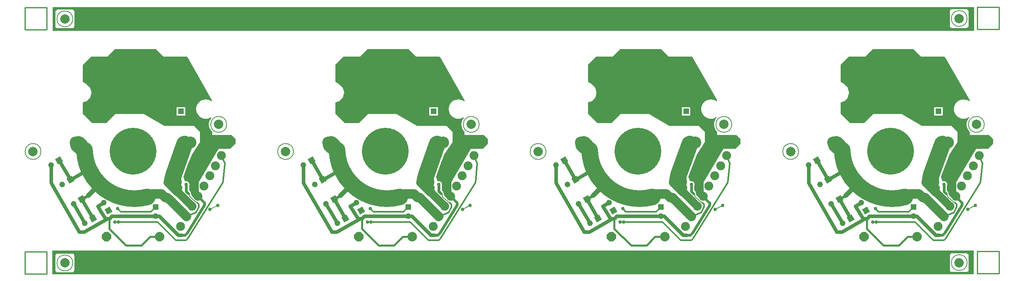
<source format=gbl>
G04 Layer_Physical_Order=2*
G04 Layer_Color=16711680*
%FSLAX24Y24*%
%MOIN*%
G70*
G01*
G75*
%ADD10C,0.0070*%
G04:AMPARAMS|DCode=11|XSize=78.7mil|YSize=78.7mil|CornerRadius=39.4mil|HoleSize=0mil|Usage=FLASHONLY|Rotation=90.000|XOffset=0mil|YOffset=0mil|HoleType=Round|Shape=RoundedRectangle|*
%AMROUNDEDRECTD11*
21,1,0.0787,0.0000,0,0,90.0*
21,1,0.0000,0.0787,0,0,90.0*
1,1,0.0787,0.0000,0.0000*
1,1,0.0787,0.0000,0.0000*
1,1,0.0787,0.0000,0.0000*
1,1,0.0787,0.0000,0.0000*
%
%ADD11ROUNDEDRECTD11*%
%ADD12C,0.0100*%
G04:AMPARAMS|DCode=32|XSize=78.7mil|YSize=78.7mil|CornerRadius=39.4mil|HoleSize=0mil|Usage=FLASHONLY|Rotation=0.000|XOffset=0mil|YOffset=0mil|HoleType=Round|Shape=RoundedRectangle|*
%AMROUNDEDRECTD32*
21,1,0.0787,0.0000,0,0,0.0*
21,1,0.0000,0.0787,0,0,0.0*
1,1,0.0787,0.0000,0.0000*
1,1,0.0787,0.0000,0.0000*
1,1,0.0787,0.0000,0.0000*
1,1,0.0787,0.0000,0.0000*
%
%ADD32ROUNDEDRECTD32*%
%ADD36C,0.0080*%
%ADD37C,0.0120*%
%ADD38C,0.0160*%
%ADD40C,0.0130*%
%ADD42C,0.0300*%
%ADD43C,0.0800*%
%ADD44C,0.0240*%
%ADD45C,0.0400*%
%ADD46C,0.0490*%
%ADD47R,0.0490X0.0490*%
%ADD48P,0.0693X4X165.0*%
%ADD49C,0.1000*%
%ADD51C,0.0748*%
%ADD52P,0.0693X4X255.0*%
%ADD53P,0.0866X8X22.5*%
%ADD54C,0.0800*%
%ADD55C,0.0300*%
%ADD56C,0.0290*%
%ADD57C,0.0400*%
%ADD58C,0.1400*%
%ADD59C,0.0650*%
%ADD60C,0.0220*%
%ADD61C,0.3937*%
G36*
X80319Y22843D02*
Y20845D01*
X2755Y20845D01*
Y22843D01*
X80319Y22843D01*
D02*
G37*
G36*
X75875Y18674D02*
X77845D01*
X77905Y18614D01*
X79956Y15013D01*
X79956Y14927D01*
X79911Y14905D01*
X79888Y14925D01*
X79747Y15000D01*
X79595Y15046D01*
X79436Y15062D01*
X79277Y15046D01*
X79125Y15000D01*
X78984Y14925D01*
X78861Y14823D01*
X78760Y14700D01*
X78685Y14560D01*
X78639Y14407D01*
X78623Y14249D01*
X78639Y14090D01*
X78685Y13938D01*
X78760Y13797D01*
X78861Y13674D01*
X78984Y13573D01*
X79125Y13498D01*
X79277Y13451D01*
X79436Y13436D01*
X79595Y13451D01*
X79747Y13498D01*
X79871Y13564D01*
X79871Y13564D01*
X79914Y13547D01*
X79923Y13537D01*
X79924Y13533D01*
X79831Y13420D01*
X79754Y13276D01*
X79707Y13121D01*
X79691Y12959D01*
X79707Y12798D01*
X79754Y12642D01*
X79831Y12499D01*
X79934Y12374D01*
X79959Y12353D01*
X79959Y12079D01*
X81580D01*
X81930Y11729D01*
Y11339D01*
X81488Y10898D01*
X80498D01*
X78272Y7124D01*
X78223Y7120D01*
X78214Y7129D01*
X78196Y7223D01*
X78143Y7302D01*
X78034Y7411D01*
Y7784D01*
X78053Y7828D01*
X78062Y7899D01*
X78053Y7969D01*
X78025Y8035D01*
X77982Y8091D01*
X77926Y8134D01*
X77860Y8162D01*
X77790Y8171D01*
X77719Y8162D01*
X77675Y8180D01*
X77533Y8531D01*
X77914Y9581D01*
X78260Y10429D01*
X78935Y11461D01*
X78935Y12342D01*
X78437Y12839D01*
X75934Y12839D01*
X74215Y13849D01*
X71830D01*
X71054Y13074D01*
X69888Y13074D01*
X69080Y13882D01*
Y14816D01*
X69349Y14888D01*
X69358Y14892D01*
X69367Y14894D01*
X69384Y14905D01*
X69401Y14914D01*
X69408Y14921D01*
X69416Y14927D01*
X69668Y15179D01*
X69674Y15187D01*
X69681Y15194D01*
X69690Y15211D01*
X69701Y15228D01*
X69703Y15238D01*
X69707Y15246D01*
X69800Y15591D01*
X69800Y15601D01*
X69804Y15610D01*
X69802Y15630D01*
X69804Y15650D01*
X69800Y15659D01*
X69800Y15669D01*
X69707Y16013D01*
X69703Y16022D01*
X69701Y16032D01*
X69690Y16048D01*
X69681Y16066D01*
X69674Y16073D01*
X69668Y16081D01*
X69416Y16333D01*
X69400Y16344D01*
X69385Y16357D01*
X69080Y16533D01*
Y17969D01*
X69764Y18654D01*
X71154D01*
X71816Y19316D01*
X75233D01*
X75875Y18674D01*
D02*
G37*
G36*
X54615D02*
X56585D01*
X56645Y18614D01*
X58696Y15013D01*
X58696Y14927D01*
X58651Y14905D01*
X58628Y14925D01*
X58487Y15000D01*
X58335Y15046D01*
X58176Y15062D01*
X58018Y15046D01*
X57865Y15000D01*
X57725Y14925D01*
X57601Y14823D01*
X57500Y14700D01*
X57425Y14560D01*
X57379Y14407D01*
X57363Y14249D01*
X57379Y14090D01*
X57425Y13938D01*
X57500Y13797D01*
X57601Y13674D01*
X57725Y13573D01*
X57865Y13498D01*
X58018Y13451D01*
X58176Y13436D01*
X58335Y13451D01*
X58487Y13498D01*
X58611Y13564D01*
X58612Y13564D01*
X58654Y13547D01*
X58664Y13537D01*
X58664Y13533D01*
X58571Y13420D01*
X58494Y13276D01*
X58447Y13121D01*
X58431Y12959D01*
X58447Y12798D01*
X58494Y12642D01*
X58571Y12499D01*
X58674Y12374D01*
X58699Y12353D01*
X58700Y12079D01*
X60320D01*
X60670Y11729D01*
Y11339D01*
X60228Y10898D01*
X59238D01*
X57012Y7124D01*
X56963Y7120D01*
X56954Y7129D01*
X56936Y7223D01*
X56883Y7302D01*
X56774Y7411D01*
Y7784D01*
X56793Y7828D01*
X56802Y7899D01*
X56793Y7969D01*
X56766Y8035D01*
X56722Y8091D01*
X56666Y8134D01*
X56600Y8162D01*
X56530Y8171D01*
X56459Y8162D01*
X56415Y8180D01*
X56274Y8531D01*
X56654Y9581D01*
X57000Y10429D01*
X57675Y11461D01*
X57675Y12342D01*
X57178Y12839D01*
X54674Y12839D01*
X52955Y13849D01*
X50570D01*
X49794Y13074D01*
X48628Y13074D01*
X47820Y13882D01*
Y14816D01*
X48089Y14888D01*
X48098Y14892D01*
X48108Y14894D01*
X48124Y14905D01*
X48142Y14914D01*
X48148Y14921D01*
X48156Y14927D01*
X48409Y15179D01*
X48414Y15187D01*
X48422Y15194D01*
X48430Y15211D01*
X48441Y15228D01*
X48443Y15238D01*
X48448Y15246D01*
X48540Y15591D01*
X48541Y15601D01*
X48544Y15610D01*
X48542Y15630D01*
X48544Y15650D01*
X48541Y15659D01*
X48540Y15669D01*
X48448Y16013D01*
X48443Y16022D01*
X48441Y16032D01*
X48430Y16048D01*
X48422Y16066D01*
X48414Y16073D01*
X48409Y16081D01*
X48156Y16333D01*
X48140Y16344D01*
X48125Y16357D01*
X47820Y16533D01*
Y17969D01*
X48504Y18654D01*
X49894D01*
X50556Y19316D01*
X53973D01*
X54615Y18674D01*
D02*
G37*
G36*
X33355D02*
X35325D01*
X35385Y18614D01*
X37437Y15013D01*
X37437Y14927D01*
X37391Y14905D01*
X37368Y14925D01*
X37227Y15000D01*
X37075Y15046D01*
X36916Y15062D01*
X36758Y15046D01*
X36605Y15000D01*
X36465Y14925D01*
X36342Y14823D01*
X36240Y14700D01*
X36165Y14560D01*
X36119Y14407D01*
X36103Y14249D01*
X36119Y14090D01*
X36165Y13938D01*
X36240Y13797D01*
X36342Y13674D01*
X36465Y13573D01*
X36605Y13498D01*
X36758Y13451D01*
X36916Y13436D01*
X37075Y13451D01*
X37227Y13498D01*
X37352Y13564D01*
X37352Y13564D01*
X37394Y13547D01*
X37404Y13537D01*
X37404Y13533D01*
X37311Y13420D01*
X37235Y13276D01*
X37187Y13121D01*
X37172Y12959D01*
X37187Y12798D01*
X37235Y12642D01*
X37311Y12499D01*
X37414Y12374D01*
X37439Y12353D01*
X37440Y12079D01*
X39060D01*
X39410Y11729D01*
Y11339D01*
X38968Y10898D01*
X37978D01*
X35753Y7124D01*
X35703Y7120D01*
X35695Y7129D01*
X35676Y7223D01*
X35623Y7302D01*
X35515Y7411D01*
Y7784D01*
X35533Y7828D01*
X35542Y7899D01*
X35533Y7969D01*
X35506Y8035D01*
X35462Y8091D01*
X35406Y8134D01*
X35340Y8162D01*
X35270Y8171D01*
X35199Y8162D01*
X35155Y8180D01*
X35014Y8531D01*
X35394Y9581D01*
X35740Y10429D01*
X36415Y11461D01*
X36415Y12342D01*
X35918Y12839D01*
X33414Y12839D01*
X31695Y13849D01*
X29310D01*
X28534Y13074D01*
X27368Y13074D01*
X26560Y13882D01*
Y14816D01*
X26829Y14888D01*
X26838Y14892D01*
X26848Y14894D01*
X26864Y14905D01*
X26882Y14914D01*
X26888Y14921D01*
X26897Y14927D01*
X27149Y15179D01*
X27154Y15187D01*
X27162Y15194D01*
X27170Y15211D01*
X27181Y15228D01*
X27183Y15238D01*
X27188Y15246D01*
X27280Y15591D01*
X27281Y15601D01*
X27284Y15610D01*
X27283Y15630D01*
X27284Y15650D01*
X27281Y15659D01*
X27280Y15669D01*
X27188Y16013D01*
X27183Y16022D01*
X27181Y16032D01*
X27170Y16048D01*
X27162Y16066D01*
X27154Y16073D01*
X27149Y16081D01*
X26897Y16333D01*
X26880Y16344D01*
X26865Y16357D01*
X26560Y16533D01*
Y17969D01*
X27244Y18654D01*
X28634D01*
X29296Y19316D01*
X32713D01*
X33355Y18674D01*
D02*
G37*
G36*
X12095D02*
X14065D01*
X14125Y18614D01*
X16177Y15013D01*
X16177Y14927D01*
X16132Y14905D01*
X16108Y14925D01*
X15968Y15000D01*
X15815Y15046D01*
X15657Y15062D01*
X15498Y15046D01*
X15345Y15000D01*
X15205Y14925D01*
X15082Y14823D01*
X14981Y14700D01*
X14906Y14560D01*
X14859Y14407D01*
X14844Y14249D01*
X14859Y14090D01*
X14906Y13938D01*
X14981Y13797D01*
X15082Y13674D01*
X15205Y13573D01*
X15345Y13498D01*
X15498Y13451D01*
X15657Y13436D01*
X15815Y13451D01*
X15968Y13498D01*
X16092Y13564D01*
X16092Y13564D01*
X16135Y13547D01*
X16144Y13537D01*
X16144Y13533D01*
X16051Y13420D01*
X15975Y13276D01*
X15928Y13121D01*
X15912Y12959D01*
X15928Y12798D01*
X15975Y12642D01*
X16051Y12499D01*
X16154Y12374D01*
X16180Y12353D01*
X16180Y12079D01*
X17800D01*
X18150Y11729D01*
Y11339D01*
X17709Y10898D01*
X16719D01*
X14493Y7124D01*
X14443Y7120D01*
X14435Y7129D01*
X14416Y7223D01*
X14363Y7302D01*
X14255Y7411D01*
Y7784D01*
X14273Y7828D01*
X14282Y7899D01*
X14273Y7969D01*
X14246Y8035D01*
X14203Y8091D01*
X14146Y8134D01*
X14080Y8162D01*
X14010Y8171D01*
X13940Y8162D01*
X13895Y8180D01*
X13754Y8531D01*
X14134Y9581D01*
X14480Y10429D01*
X15155Y11461D01*
X15155Y12342D01*
X14658Y12839D01*
X12155Y12839D01*
X10435Y13849D01*
X8050D01*
X7274Y13074D01*
X6108Y13074D01*
X5300Y13882D01*
Y14816D01*
X5569Y14888D01*
X5578Y14892D01*
X5588Y14894D01*
X5604Y14905D01*
X5622Y14914D01*
X5628Y14921D01*
X5637Y14927D01*
X5889Y15179D01*
X5894Y15187D01*
X5902Y15194D01*
X5911Y15211D01*
X5922Y15228D01*
X5923Y15238D01*
X5928Y15246D01*
X6020Y15591D01*
X6021Y15601D01*
X6024Y15610D01*
X6023Y15630D01*
X6024Y15650D01*
X6021Y15659D01*
X6020Y15669D01*
X5928Y16013D01*
X5923Y16022D01*
X5922Y16032D01*
X5911Y16048D01*
X5902Y16066D01*
X5894Y16073D01*
X5889Y16081D01*
X5637Y16333D01*
X5620Y16344D01*
X5606Y16357D01*
X5300Y16533D01*
Y17969D01*
X5984Y18654D01*
X7374D01*
X8036Y19316D01*
X11453D01*
X12095Y18674D01*
D02*
G37*
G36*
X80300Y2333D02*
Y335D01*
X2736Y335D01*
Y2333D01*
X80300Y2333D01*
D02*
G37*
%LPC*%
G36*
X79669Y22671D02*
Y22670D01*
X78487D01*
Y22671D01*
X78410Y22656D01*
X78344Y22612D01*
X78300Y22546D01*
X78285Y22469D01*
X78286D01*
Y21287D01*
X78285D01*
X78300Y21210D01*
X78344Y21144D01*
X78410Y21100D01*
X78487Y21085D01*
Y21086D01*
X79669D01*
Y21085D01*
X79746Y21100D01*
X79812Y21144D01*
X79856Y21210D01*
X79871Y21287D01*
X79870D01*
Y22469D01*
X79871D01*
X79856Y22546D01*
X79812Y22612D01*
X79746Y22656D01*
X79669Y22671D01*
D02*
G37*
G36*
X4380Y22642D02*
Y22640D01*
X3199D01*
Y22642D01*
X3121Y22626D01*
X3056Y22582D01*
X3012Y22517D01*
X2996Y22439D01*
X2998D01*
Y21258D01*
X2996D01*
X3012Y21180D01*
X3056Y21115D01*
X3121Y21071D01*
X3199Y21055D01*
Y21057D01*
X4380D01*
Y21055D01*
X4457Y21071D01*
X4523Y21115D01*
X4567Y21180D01*
X4583Y21258D01*
X4581D01*
Y22439D01*
X4583D01*
X4567Y22517D01*
X4523Y22582D01*
X4457Y22626D01*
X4380Y22642D01*
D02*
G37*
G36*
X77704Y14420D02*
X76974D01*
Y13690D01*
X77704D01*
Y14420D01*
D02*
G37*
G36*
X56445D02*
X55715D01*
Y13690D01*
X56445D01*
Y14420D01*
D02*
G37*
G36*
X35185D02*
X34455D01*
Y13690D01*
X35185D01*
Y14420D01*
D02*
G37*
G36*
X13925D02*
X13195D01*
Y13690D01*
X13925D01*
Y14420D01*
D02*
G37*
G36*
X79669Y2112D02*
Y2111D01*
X78487D01*
Y2112D01*
X78410Y2097D01*
X78344Y2053D01*
X78300Y1987D01*
X78285Y1909D01*
X78286D01*
Y728D01*
X78285D01*
X78300Y651D01*
X78344Y585D01*
X78410Y541D01*
X78487Y526D01*
Y527D01*
X79669D01*
Y526D01*
X79746Y541D01*
X79812Y585D01*
X79856Y651D01*
X79871Y728D01*
X79870D01*
Y1909D01*
X79871D01*
X79856Y1987D01*
X79812Y2053D01*
X79746Y2097D01*
X79669Y2112D01*
D02*
G37*
G36*
X4380Y2083D02*
Y2081D01*
X3199D01*
Y2083D01*
X3121Y2067D01*
X3056Y2023D01*
X3012Y1957D01*
X2996Y1880D01*
X2998D01*
Y699D01*
X2996D01*
X3012Y621D01*
X3056Y556D01*
X3121Y512D01*
X3199Y496D01*
Y498D01*
X4380D01*
Y496D01*
X4457Y512D01*
X4523Y556D01*
X4567Y621D01*
X4583Y699D01*
X4581D01*
Y1880D01*
X4583D01*
X4567Y1957D01*
X4523Y2023D01*
X4457Y2067D01*
X4380Y2083D01*
D02*
G37*
%LPD*%
D10*
X79747Y21878D02*
G03*
X79747Y21878I-669J0D01*
G01*
X4459Y21848D02*
G03*
X4459Y21848I-669J0D01*
G01*
Y1289D02*
G03*
X4459Y1289I-669J0D01*
G01*
X79747Y1319D02*
G03*
X79747Y1319I-669J0D01*
G01*
X17409Y12959D02*
G03*
X17409Y12959I-669J0D01*
G01*
X1779Y10679D02*
G03*
X1779Y10679I-669J0D01*
G01*
X38669Y12959D02*
G03*
X38669Y12959I-669J0D01*
G01*
X23039Y10679D02*
G03*
X23039Y10679I-669J0D01*
G01*
X59929Y12959D02*
G03*
X59929Y12959I-669J0D01*
G01*
X44299Y10679D02*
G03*
X44299Y10679I-669J0D01*
G01*
X81189Y12959D02*
G03*
X81189Y12959I-669J0D01*
G01*
X65559Y10679D02*
G03*
X65559Y10679I-669J0D01*
G01*
D11*
X79078Y21878D02*
D03*
X3789Y21848D02*
D03*
Y1289D02*
D03*
X79078Y1319D02*
D03*
D12*
X433Y384D02*
X2274D01*
X433D02*
Y2244D01*
X2274Y384D02*
Y2244D01*
X433D02*
X2274D01*
X82444Y413D02*
Y2274D01*
X80604Y413D02*
Y2274D01*
X82444D01*
X80604Y413D02*
X82444D01*
X80604Y20972D02*
X82444D01*
X80604Y22833D02*
X82444D01*
X80604Y20972D02*
Y22833D01*
X82444Y20972D02*
Y22833D01*
X433Y22803D02*
X2274D01*
Y20943D02*
Y22803D01*
X433Y20943D02*
Y22803D01*
Y20943D02*
X2274D01*
D32*
X16740Y12959D02*
D03*
X1110Y10679D02*
D03*
X38000Y12959D02*
D03*
X22370Y10679D02*
D03*
X59260Y12959D02*
D03*
X43630Y10679D02*
D03*
X80520Y12959D02*
D03*
X64890Y10679D02*
D03*
D36*
X16000Y5787D02*
X16650Y6137D01*
X14316Y6879D02*
X14635Y6554D01*
X14309Y6886D02*
Y7010D01*
X14190Y7129D02*
X14309Y7010D01*
Y6886D02*
X14316Y6879D01*
X14635Y6554D02*
X14915Y6384D01*
X37260Y5787D02*
X37910Y6137D01*
X35576Y6879D02*
X35895Y6554D01*
X35569Y6886D02*
Y7010D01*
X35450Y7129D02*
X35569Y7010D01*
Y6886D02*
X35576Y6879D01*
X35895Y6554D02*
X36175Y6384D01*
X58520Y5787D02*
X59170Y6137D01*
X56836Y6879D02*
X57155Y6554D01*
X56829Y6886D02*
Y7010D01*
X56710Y7129D02*
X56829Y7010D01*
Y6886D02*
X56836Y6879D01*
X57155Y6554D02*
X57435Y6384D01*
X79780Y5787D02*
X80430Y6137D01*
X78096Y6879D02*
X78415Y6554D01*
X78089Y6886D02*
Y7010D01*
X77970Y7129D02*
X78089Y7010D01*
Y6886D02*
X78096Y6879D01*
X78415Y6554D02*
X78695Y6384D01*
D37*
X14017Y5212D02*
X14835Y5544D01*
X15010Y5859D01*
X15057Y5970D02*
X15077Y6017D01*
X15010Y5859D02*
X15057Y5970D01*
X15010Y5859D02*
X15010Y5859D01*
X14915Y6384D02*
X15078Y6221D01*
Y6069D02*
Y6221D01*
X35277Y5212D02*
X36095Y5544D01*
X36270Y5859D01*
X36316Y5970D02*
X36337Y6017D01*
X36270Y5859D02*
X36316Y5970D01*
X36270Y5859D02*
X36270Y5859D01*
X36175Y6384D02*
X36338Y6221D01*
Y6069D02*
Y6221D01*
X56537Y5212D02*
X57355Y5544D01*
X57530Y5859D01*
X57576Y5970D02*
X57596Y6017D01*
X57530Y5859D02*
X57576Y5970D01*
X57530Y5859D02*
X57530Y5859D01*
X57435Y6384D02*
X57598Y6221D01*
Y6069D02*
Y6221D01*
X77796Y5212D02*
X78615Y5544D01*
X78789Y5859D01*
X78836Y5970D02*
X78856Y6017D01*
X78789Y5859D02*
X78836Y5970D01*
X78789Y5859D02*
X78789Y5859D01*
X78695Y6384D02*
X78857Y6221D01*
Y6069D02*
Y6221D01*
D38*
X7520Y4179D02*
X8930Y2769D01*
X7520Y5019D02*
X7550Y5049D01*
X7520Y4179D02*
Y5019D01*
X10957Y3499D02*
X11757D01*
X8930Y2769D02*
X10227D01*
X10957Y3499D01*
X28780Y4179D02*
X30190Y2769D01*
X28780Y5019D02*
X28810Y5049D01*
X28780Y4179D02*
Y5019D01*
X32216Y3499D02*
X33016D01*
X30190Y2769D02*
X31487D01*
X32216Y3499D01*
X50040Y4179D02*
X51450Y2769D01*
X50040Y5019D02*
X50070Y5049D01*
X50040Y4179D02*
Y5019D01*
X53476Y3499D02*
X54276D01*
X51450Y2769D02*
X52747D01*
X53476Y3499D01*
X71300Y4179D02*
X72710Y2769D01*
X71300Y5019D02*
X71330Y5049D01*
X71300Y4179D02*
Y5019D01*
X74736Y3499D02*
X75536D01*
X72710Y2769D02*
X74007D01*
X74736Y3499D01*
D40*
X8490Y5619D02*
X11046D01*
X8240Y5869D02*
X8490Y5619D01*
X14007Y3209D02*
X14138Y3339D01*
X13705Y3209D02*
X14007D01*
X11590Y4739D02*
X13120Y3209D01*
X8310Y4739D02*
X11590D01*
X8020D02*
X8310D01*
X8010Y4749D02*
X8020Y4739D01*
X13120Y3209D02*
X13415Y3209D01*
X11046Y5619D02*
X11440Y6013D01*
X14138Y3339D02*
X17088Y8058D01*
X13705Y3209D02*
X13936Y3208D01*
X13415Y3209D02*
X13705Y3209D01*
X13705D02*
X13705D01*
X13625Y3624D02*
X13725Y3624D01*
X17088Y8058D02*
X17250Y9663D01*
X17087Y8054D02*
X17088Y8058D01*
X16975Y10320D02*
X17250Y9663D01*
X29750Y5619D02*
X32306D01*
X29500Y5869D02*
X29750Y5619D01*
X35267Y3209D02*
X35398Y3339D01*
X34965Y3209D02*
X35267D01*
X32850Y4739D02*
X34380Y3209D01*
X29570Y4739D02*
X32850D01*
X29280D02*
X29570D01*
X29270Y4749D02*
X29280Y4739D01*
X34380Y3209D02*
X34675Y3209D01*
X32306Y5619D02*
X32700Y6013D01*
X35398Y3339D02*
X38348Y8058D01*
X34965Y3209D02*
X35196Y3208D01*
X34675Y3209D02*
X34965Y3209D01*
X34965D02*
X34965D01*
X34885Y3624D02*
X34985Y3624D01*
X38348Y8058D02*
X38510Y9663D01*
X38347Y8054D02*
X38348Y8058D01*
X38235Y10320D02*
X38510Y9663D01*
X51010Y5619D02*
X53566D01*
X50760Y5869D02*
X51010Y5619D01*
X56527Y3209D02*
X56658Y3339D01*
X56225Y3209D02*
X56527D01*
X54110Y4739D02*
X55640Y3209D01*
X50830Y4739D02*
X54110D01*
X50540D02*
X50830D01*
X50530Y4749D02*
X50540Y4739D01*
X55640Y3209D02*
X55935Y3209D01*
X53566Y5619D02*
X53960Y6013D01*
X56658Y3339D02*
X59608Y8058D01*
X56225Y3209D02*
X56455Y3208D01*
X55935Y3209D02*
X56225Y3209D01*
X56225D02*
X56225D01*
X56145Y3624D02*
X56245Y3624D01*
X59608Y8058D02*
X59770Y9663D01*
X59607Y8054D02*
X59608Y8058D01*
X59494Y10320D02*
X59770Y9663D01*
X72270Y5619D02*
X74826D01*
X72020Y5869D02*
X72270Y5619D01*
X77787Y3209D02*
X77917Y3339D01*
X77485Y3209D02*
X77787D01*
X75370Y4739D02*
X76900Y3209D01*
X72090Y4739D02*
X75370D01*
X71800D02*
X72090D01*
X71790Y4749D02*
X71800Y4739D01*
X76900Y3209D02*
X77195Y3209D01*
X74826Y5619D02*
X75220Y6013D01*
X77917Y3339D02*
X80867Y8058D01*
X77485Y3209D02*
X77715Y3208D01*
X77195Y3209D02*
X77485Y3209D01*
X77485D02*
X77485D01*
X77405Y3624D02*
X77505Y3624D01*
X80867Y8058D02*
X81030Y9663D01*
X80867Y8054D02*
X80867Y8058D01*
X80754Y10320D02*
X81030Y9663D01*
D42*
X5201Y6666D02*
X6151Y5036D01*
X3301Y9946D02*
X4251Y8306D01*
X2615Y8035D02*
X4990Y3899D01*
X2615Y8035D02*
X2619Y9553D01*
X2615Y8035D02*
Y8035D01*
X7390Y5049D02*
X7550D01*
X7190D02*
X7390D01*
X4990Y3899D02*
X5410D01*
X7390Y5049D01*
X6550Y6059D02*
X6840Y5619D01*
X7190Y5049D01*
X7550D02*
X7726Y5226D01*
X11440D01*
X11723D02*
X13325Y3624D01*
X4519Y6273D02*
X5469Y4643D01*
X11440Y5226D02*
X11723D01*
X13325Y3624D02*
X13625Y3624D01*
X4251Y8306D02*
X5356Y8941D01*
X5806Y9200D01*
X6550Y6059D02*
X7058Y6379D01*
X26461Y6666D02*
X27411Y5036D01*
X24561Y9946D02*
X25511Y8306D01*
X23875Y8035D02*
X26250Y3899D01*
X23875Y8035D02*
X23879Y9553D01*
X23875Y8035D02*
Y8035D01*
X28650Y5049D02*
X28810D01*
X28450D02*
X28650D01*
X26250Y3899D02*
X26670D01*
X28650Y5049D01*
X27810Y6059D02*
X28100Y5619D01*
X28450Y5049D01*
X28810D02*
X28986Y5226D01*
X32700D01*
X32983D02*
X34585Y3624D01*
X25779Y6273D02*
X26729Y4643D01*
X32700Y5226D02*
X32983D01*
X34585Y3624D02*
X34885Y3624D01*
X25511Y8306D02*
X26616Y8941D01*
X27066Y9200D01*
X27810Y6059D02*
X28318Y6379D01*
X47721Y6666D02*
X48671Y5036D01*
X45821Y9946D02*
X46771Y8306D01*
X45135Y8035D02*
X47510Y3899D01*
X45135Y8035D02*
X45139Y9553D01*
X45135Y8035D02*
Y8035D01*
X49910Y5049D02*
X50070D01*
X49710D02*
X49910D01*
X47510Y3899D02*
X47930D01*
X49910Y5049D01*
X49070Y6059D02*
X49360Y5619D01*
X49710Y5049D01*
X50070D02*
X50246Y5226D01*
X53960D01*
X54243D02*
X55845Y3624D01*
X47039Y6273D02*
X47989Y4643D01*
X53960Y5226D02*
X54243D01*
X55845Y3624D02*
X56145Y3624D01*
X46771Y8306D02*
X47876Y8941D01*
X48326Y9200D01*
X49070Y6059D02*
X49577Y6379D01*
X68980Y6666D02*
X69930Y5036D01*
X67080Y9946D02*
X68030Y8306D01*
X66395Y8035D02*
X68770Y3899D01*
X66395Y8035D02*
X66399Y9553D01*
X66395Y8035D02*
Y8035D01*
X71170Y5049D02*
X71330D01*
X70970D02*
X71170D01*
X68770Y3899D02*
X69190D01*
X71170Y5049D01*
X70330Y6059D02*
X70620Y5619D01*
X70970Y5049D01*
X71330D02*
X71506Y5226D01*
X75220D01*
X75503D02*
X77105Y3624D01*
X68299Y6273D02*
X69249Y4643D01*
X75220Y5226D02*
X75503D01*
X77105Y3624D02*
X77405Y3624D01*
X68030Y8306D02*
X69135Y8941D01*
X69585Y9200D01*
X70330Y6059D02*
X70837Y6379D01*
D43*
X12525Y6679D02*
X12550D01*
X12400Y6803D02*
X12525Y6679D01*
X13310Y7263D02*
Y7263D01*
X12217Y6803D02*
X12400D01*
X11926Y7093D02*
X12217Y6803D01*
X13011Y7563D02*
X13011Y7563D01*
X13009Y7564D02*
X13011Y7563D01*
X12504Y8069D02*
X12718Y7855D01*
X12504Y8069D02*
X12704Y7869D01*
X12704Y7869D01*
X12718Y7855D01*
X13009Y7564D01*
X13011Y7563D02*
X13105Y7474D01*
X13009Y7564D02*
X13310Y7263D01*
X11138Y7093D02*
X11926D01*
X12550Y6679D02*
X14017Y5212D01*
X33785Y6679D02*
X33810D01*
X33660Y6803D02*
X33785Y6679D01*
X34570Y7263D02*
Y7263D01*
X33476Y6803D02*
X33660D01*
X33186Y7093D02*
X33476Y6803D01*
X34271Y7563D02*
X34271Y7563D01*
X34269Y7564D02*
X34271Y7563D01*
X33764Y8069D02*
X33978Y7855D01*
X33764Y8069D02*
X33964Y7869D01*
X33964Y7869D01*
X33978Y7855D01*
X34269Y7564D01*
X34271Y7563D02*
X34365Y7474D01*
X34269Y7564D02*
X34570Y7263D01*
X32398Y7093D02*
X33186D01*
X33810Y6679D02*
X35277Y5212D01*
X55044Y6679D02*
X55070D01*
X54920Y6803D02*
X55044Y6679D01*
X55830Y7263D02*
Y7263D01*
X54736Y6803D02*
X54920D01*
X54446Y7093D02*
X54736Y6803D01*
X55530Y7563D02*
X55530Y7563D01*
X55529Y7564D02*
X55530Y7563D01*
X55024Y8069D02*
X55238Y7855D01*
X55024Y8069D02*
X55224Y7869D01*
X55224Y7869D01*
X55238Y7855D01*
X55529Y7564D01*
X55530Y7563D02*
X55625Y7474D01*
X55529Y7564D02*
X55830Y7263D01*
X53658Y7093D02*
X54446D01*
X55070Y6679D02*
X56537Y5212D01*
X76304Y6679D02*
X76330D01*
X76180Y6803D02*
X76304Y6679D01*
X77090Y7263D02*
Y7263D01*
X75996Y6803D02*
X76180D01*
X75706Y7093D02*
X75996Y6803D01*
X76790Y7563D02*
X76790Y7563D01*
X76789Y7564D02*
X76790Y7563D01*
X76284Y8069D02*
X76498Y7855D01*
X76284Y8069D02*
X76484Y7869D01*
X76484Y7869D01*
X76498Y7855D01*
X76789Y7564D01*
X76790Y7563D02*
X76885Y7474D01*
X76789Y7564D02*
X77090Y7263D01*
X74917Y7093D02*
X75706D01*
X76330Y6679D02*
X77796Y5212D01*
D44*
X5201Y6666D02*
X5747Y6973D01*
X14010Y7309D02*
Y7899D01*
Y7309D02*
X14190Y7129D01*
X26461Y6666D02*
X27007Y6973D01*
X35270Y7309D02*
Y7899D01*
Y7309D02*
X35450Y7129D01*
X47721Y6666D02*
X48267Y6973D01*
X56530Y7309D02*
Y7899D01*
Y7309D02*
X56710Y7129D01*
X68980Y6666D02*
X69527Y6973D01*
X77790Y7309D02*
Y7899D01*
Y7309D02*
X77970Y7129D01*
D45*
X5747Y6973D02*
X6715Y7896D01*
X27007Y6973D02*
X27975Y7896D01*
X48267Y6973D02*
X49235Y7896D01*
X69527Y6973D02*
X70494Y7896D01*
D46*
X13560Y14843D02*
D03*
X7063Y6370D02*
D03*
X11440Y5226D02*
D03*
X5469Y4643D02*
D03*
X2619Y9553D02*
D03*
X3569Y7913D02*
D03*
X4519Y6273D02*
D03*
X34820Y14843D02*
D03*
X28323Y6370D02*
D03*
X32700Y5226D02*
D03*
X26729Y4643D02*
D03*
X23879Y9553D02*
D03*
X24829Y7913D02*
D03*
X25779Y6273D02*
D03*
X56080Y14843D02*
D03*
X49583Y6370D02*
D03*
X53960Y5226D02*
D03*
X47989Y4643D02*
D03*
X45139Y9553D02*
D03*
X46089Y7913D02*
D03*
X47039Y6273D02*
D03*
X77339Y14843D02*
D03*
X70843Y6370D02*
D03*
X75220Y5226D02*
D03*
X69249Y4643D02*
D03*
X66399Y9553D02*
D03*
X67349Y7913D02*
D03*
X68299Y6273D02*
D03*
D47*
X13560Y14055D02*
D03*
X11440Y6013D02*
D03*
X34820Y14055D02*
D03*
X32700Y6013D02*
D03*
X56080Y14055D02*
D03*
X53960Y6013D02*
D03*
X77339Y14055D02*
D03*
X75220Y6013D02*
D03*
D48*
X7457Y5688D02*
D03*
X28717D02*
D03*
X49977D02*
D03*
X71236D02*
D03*
D49*
X4697Y11428D02*
D03*
X14357D02*
D03*
X25956D02*
D03*
X35616D02*
D03*
X47216D02*
D03*
X56876D02*
D03*
X68476D02*
D03*
X78136D02*
D03*
D51*
X13525Y4360D02*
D03*
X14017Y5212D02*
D03*
X14509Y6064D02*
D03*
X15001Y6917D02*
D03*
X15493Y7769D02*
D03*
X15985Y8622D02*
D03*
X16477Y9474D02*
D03*
X16970Y10326D02*
D03*
X34785Y4360D02*
D03*
X35277Y5212D02*
D03*
X35769Y6064D02*
D03*
X36261Y6917D02*
D03*
X36753Y7769D02*
D03*
X37245Y8622D02*
D03*
X37737Y9474D02*
D03*
X38229Y10326D02*
D03*
X56044Y4360D02*
D03*
X56537Y5212D02*
D03*
X57029Y6064D02*
D03*
X57521Y6917D02*
D03*
X58013Y7769D02*
D03*
X58505Y8622D02*
D03*
X58997Y9474D02*
D03*
X59489Y10326D02*
D03*
X77304Y4360D02*
D03*
X77796Y5212D02*
D03*
X78288Y6064D02*
D03*
X78781Y6917D02*
D03*
X79273Y7769D02*
D03*
X79765Y8622D02*
D03*
X80257Y9474D02*
D03*
X80749Y10326D02*
D03*
D52*
X6151Y5036D02*
D03*
X3301Y9946D02*
D03*
X4251Y8306D02*
D03*
X5201Y6666D02*
D03*
X27411Y5036D02*
D03*
X24561Y9946D02*
D03*
X25511Y8306D02*
D03*
X26461Y6666D02*
D03*
X48671Y5036D02*
D03*
X45821Y9946D02*
D03*
X46771Y8306D02*
D03*
X47721Y6666D02*
D03*
X69930Y5036D02*
D03*
X67080Y9946D02*
D03*
X68030Y8306D02*
D03*
X68980Y6666D02*
D03*
D53*
X7280Y3499D02*
D03*
X28540D02*
D03*
X49800D02*
D03*
X71060D02*
D03*
D54*
X11760D02*
D03*
X33020D02*
D03*
X54280D02*
D03*
X75540D02*
D03*
D55*
X17470Y11779D02*
D03*
X15040Y9449D02*
D03*
X15730Y10349D02*
D03*
X8240Y5869D02*
D03*
X8310Y4739D02*
D03*
X8010Y4749D02*
D03*
X16000Y5787D02*
D03*
X13950Y8539D02*
D03*
X14010Y7899D02*
D03*
X8500Y14119D02*
D03*
X6400Y16049D02*
D03*
X8060Y17409D02*
D03*
X16650Y6137D02*
D03*
X13708Y17259D02*
D03*
X12685Y15374D02*
D03*
X13730Y15479D02*
D03*
X11960Y14829D02*
D03*
X8720Y16569D02*
D03*
X14100Y16519D02*
D03*
X38730Y11779D02*
D03*
X36300Y9449D02*
D03*
X36990Y10349D02*
D03*
X29500Y5869D02*
D03*
X29570Y4739D02*
D03*
X29270Y4749D02*
D03*
X37260Y5787D02*
D03*
X35210Y8539D02*
D03*
X35270Y7899D02*
D03*
X29760Y14119D02*
D03*
X27660Y16049D02*
D03*
X29320Y17409D02*
D03*
X37910Y6137D02*
D03*
X34968Y17259D02*
D03*
X33945Y15374D02*
D03*
X34990Y15479D02*
D03*
X33220Y14829D02*
D03*
X29980Y16569D02*
D03*
X35360Y16519D02*
D03*
X59990Y11779D02*
D03*
X57560Y9449D02*
D03*
X58250Y10349D02*
D03*
X50760Y5869D02*
D03*
X50830Y4739D02*
D03*
X50530Y4749D02*
D03*
X58520Y5787D02*
D03*
X56470Y8539D02*
D03*
X56530Y7899D02*
D03*
X51020Y14119D02*
D03*
X48920Y16049D02*
D03*
X50580Y17409D02*
D03*
X59170Y6137D02*
D03*
X56228Y17259D02*
D03*
X55205Y15374D02*
D03*
X56250Y15479D02*
D03*
X54480Y14829D02*
D03*
X51240Y16569D02*
D03*
X56620Y16519D02*
D03*
X81250Y11779D02*
D03*
X78820Y9449D02*
D03*
X79510Y10349D02*
D03*
X72020Y5869D02*
D03*
X72090Y4739D02*
D03*
X71790Y4749D02*
D03*
X79780Y5787D02*
D03*
X77730Y8539D02*
D03*
X77790Y7899D02*
D03*
X72280Y14119D02*
D03*
X70180Y16049D02*
D03*
X71840Y17409D02*
D03*
X80430Y6137D02*
D03*
X77488Y17259D02*
D03*
X76465Y15374D02*
D03*
X77510Y15479D02*
D03*
X75740Y14829D02*
D03*
X72500Y16569D02*
D03*
X77880Y16519D02*
D03*
D56*
X8390Y6749D02*
D03*
X5225Y9169D02*
D03*
X29650Y6749D02*
D03*
X26485Y9169D02*
D03*
X50910Y6749D02*
D03*
X47744Y9169D02*
D03*
X72170Y6749D02*
D03*
X69004Y9169D02*
D03*
D57*
X13310Y7263D02*
D03*
X13050Y5989D02*
D03*
X12900Y6539D02*
D03*
X11614Y7222D02*
D03*
X13480Y7639D02*
D03*
X13460Y6899D02*
D03*
X13870Y6703D02*
D03*
X34570Y7263D02*
D03*
X34310Y5989D02*
D03*
X34160Y6539D02*
D03*
X32874Y7222D02*
D03*
X34740Y7639D02*
D03*
X34720Y6899D02*
D03*
X35130Y6703D02*
D03*
X55830Y7263D02*
D03*
X55570Y5989D02*
D03*
X55420Y6539D02*
D03*
X54134Y7222D02*
D03*
X56000Y7639D02*
D03*
X55980Y6899D02*
D03*
X56390Y6703D02*
D03*
X77090Y7263D02*
D03*
X76830Y5989D02*
D03*
X76680Y6539D02*
D03*
X75394Y7222D02*
D03*
X77260Y7639D02*
D03*
X77240Y6899D02*
D03*
X77650Y6703D02*
D03*
D58*
X5621Y9698D02*
G03*
X5682Y9512I4022J1209D01*
G01*
X5445Y10789D02*
G03*
X5621Y9698I4198J118D01*
G01*
X6715Y7896D02*
G03*
X10725Y6848I2929J3011D01*
G01*
X5806Y9200D02*
G03*
X6715Y7896I3838J1707D01*
G01*
X5682Y9512D02*
G03*
X5806Y9200I3962J1395D01*
G01*
X12840Y8238D02*
X12957Y8751D01*
X12840Y8238D02*
X12931Y8094D01*
X12930Y8091D02*
X12931Y8094D01*
X12957Y8751D02*
X13879Y11296D01*
X4940Y11279D02*
X5070Y11149D01*
X26881Y9698D02*
G03*
X26942Y9512I4022J1209D01*
G01*
X26705Y10789D02*
G03*
X26881Y9698I4198J118D01*
G01*
X27975Y7896D02*
G03*
X31984Y6848I2929J3011D01*
G01*
X27066Y9200D02*
G03*
X27975Y7896I3838J1707D01*
G01*
X26942Y9512D02*
G03*
X27066Y9200I3962J1395D01*
G01*
X34100Y8238D02*
X34217Y8751D01*
X34100Y8238D02*
X34191Y8094D01*
X34190Y8091D02*
X34191Y8094D01*
X34217Y8751D02*
X35138Y11296D01*
X26200Y11279D02*
X26330Y11149D01*
X48141Y9698D02*
G03*
X48202Y9512I4022J1209D01*
G01*
X47965Y10789D02*
G03*
X48141Y9698I4198J118D01*
G01*
X49235Y7896D02*
G03*
X53244Y6848I2929J3011D01*
G01*
X48326Y9200D02*
G03*
X49235Y7896I3838J1707D01*
G01*
X48202Y9512D02*
G03*
X48326Y9200I3962J1395D01*
G01*
X55360Y8238D02*
X55477Y8751D01*
X55360Y8238D02*
X55451Y8094D01*
X55450Y8091D02*
X55451Y8094D01*
X55477Y8751D02*
X56398Y11296D01*
X47460Y11279D02*
X47590Y11149D01*
X69401Y9698D02*
G03*
X69461Y9512I4022J1209D01*
G01*
X69225Y10789D02*
G03*
X69401Y9698I4198J118D01*
G01*
X70494Y7896D02*
G03*
X74504Y6848I2929J3011D01*
G01*
X69585Y9200D02*
G03*
X70494Y7896I3838J1707D01*
G01*
X69461Y9512D02*
G03*
X69585Y9200I3962J1395D01*
G01*
X76620Y8238D02*
X76737Y8751D01*
X76620Y8238D02*
X76710Y8094D01*
X76710Y8091D02*
X76710Y8094D01*
X76737Y8751D02*
X77658Y11296D01*
X68720Y11279D02*
X68850Y11149D01*
D59*
X14724Y7173D02*
Y8193D01*
Y7173D02*
X14971Y6926D01*
X13105Y7474D02*
X13209Y7369D01*
X13871Y6705D02*
X14508Y6065D01*
X13312Y7266D02*
X13569Y7008D01*
X13209Y7369D02*
X13312Y7266D01*
X13569Y7008D02*
X13871Y6705D01*
X14724Y8193D02*
X15347Y9272D01*
X15820Y10089D01*
X35984Y7173D02*
Y8193D01*
Y7173D02*
X36231Y6926D01*
X34365Y7474D02*
X34469Y7369D01*
X35131Y6705D02*
X35768Y6065D01*
X34572Y7266D02*
X34829Y7008D01*
X34469Y7369D02*
X34572Y7266D01*
X34829Y7008D02*
X35131Y6705D01*
X35984Y8193D02*
X36607Y9272D01*
X37080Y10089D01*
X57244Y7173D02*
Y8193D01*
Y7173D02*
X57491Y6926D01*
X55625Y7474D02*
X55729Y7369D01*
X56391Y6705D02*
X57028Y6065D01*
X55832Y7266D02*
X56089Y7008D01*
X55729Y7369D02*
X55832Y7266D01*
X56089Y7008D02*
X56391Y6705D01*
X57244Y8193D02*
X57867Y9272D01*
X58340Y10089D01*
X78504Y7173D02*
Y8193D01*
Y7173D02*
X78751Y6926D01*
X76885Y7474D02*
X76989Y7369D01*
X77651Y6705D02*
X78288Y6065D01*
X77092Y7266D02*
X77349Y7008D01*
X76989Y7369D02*
X77092Y7266D01*
X77349Y7008D02*
X77651Y6705D01*
X78504Y8193D02*
X79127Y9272D01*
X79600Y10089D01*
D60*
X14097Y3826D02*
X15534Y6181D01*
X13725Y3624D02*
X13895Y3624D01*
X14097Y3826D01*
X15525Y6364D02*
X15534Y6355D01*
Y6181D02*
Y6355D01*
X14990Y6905D02*
X15525Y6364D01*
X14970Y6925D02*
X14990Y6905D01*
X35357Y3826D02*
X36793Y6181D01*
X34985Y3624D02*
X35155Y3624D01*
X35357Y3826D01*
X36785Y6364D02*
X36793Y6355D01*
Y6181D02*
Y6355D01*
X36250Y6905D02*
X36785Y6364D01*
X36230Y6925D02*
X36250Y6905D01*
X56617Y3826D02*
X58053Y6181D01*
X56245Y3624D02*
X56415Y3624D01*
X56617Y3826D01*
X58045Y6364D02*
X58053Y6355D01*
Y6181D02*
Y6355D01*
X57509Y6905D02*
X58045Y6364D01*
X57490Y6925D02*
X57509Y6905D01*
X77877Y3826D02*
X79313Y6181D01*
X77505Y3624D02*
X77674Y3624D01*
X77877Y3826D01*
X79305Y6364D02*
X79313Y6355D01*
Y6181D02*
Y6355D01*
X78769Y6905D02*
X79305Y6364D01*
X78750Y6925D02*
X78769Y6905D01*
D61*
X9517Y10709D02*
D03*
X30776D02*
D03*
X52036D02*
D03*
X73296D02*
D03*
M02*

</source>
